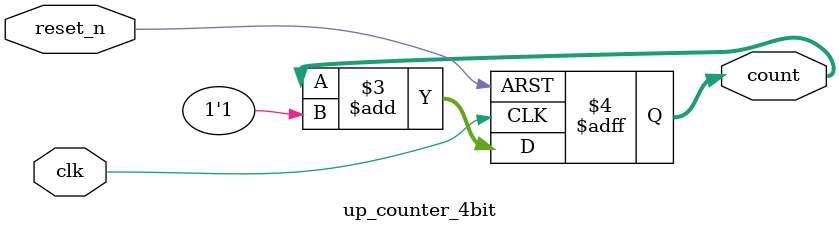
<source format=v>
`timescale 1ns / 1ps
module up_counter_4bit(count, clk, reset_n);
    output reg [3:0] count;
    input wire clk;
    input wire reset_n;
	 always @(posedge clk or negedge reset_n) begin
        if (!reset_n)
            count <= 4'b0000;         // Reset counter
        else
            count <= count + 1'b1;    // Increment counter
    end


endmodule

</source>
